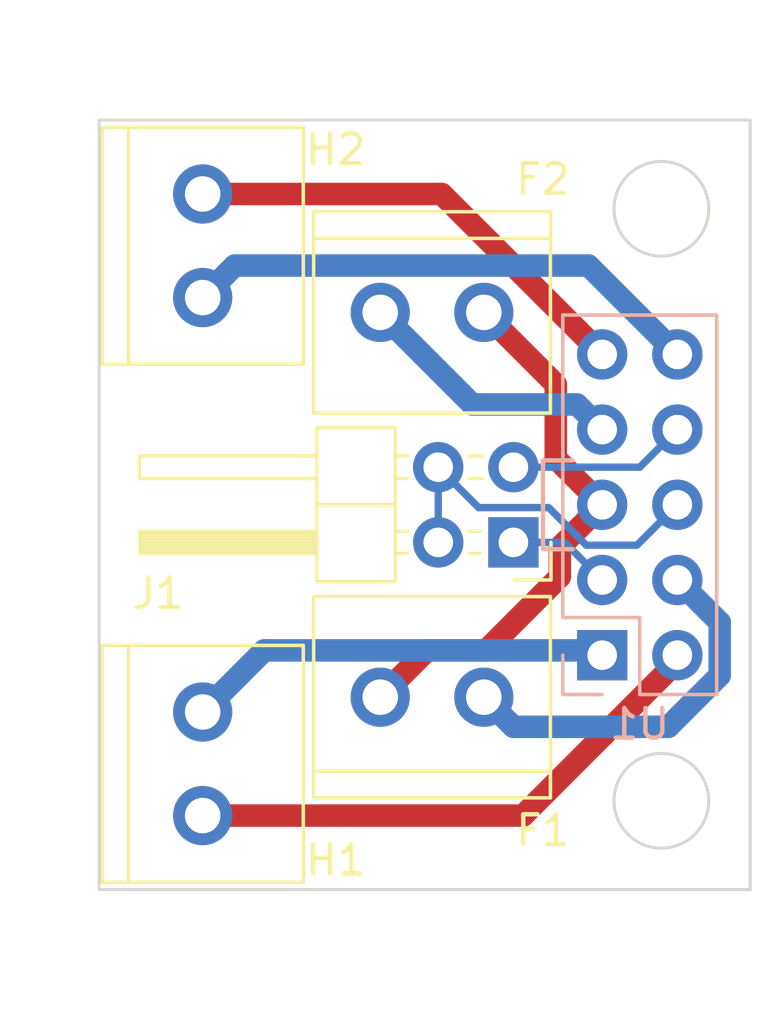
<source format=kicad_pcb>
(kicad_pcb (version 20171130) (host pcbnew "(5.1.6-0-10_14)")

  (general
    (thickness 1.6)
    (drawings 10)
    (tracks 37)
    (zones 0)
    (modules 6)
    (nets 11)
  )

  (page A4)
  (layers
    (0 F.Cu signal)
    (31 B.Cu signal)
    (32 B.Adhes user)
    (33 F.Adhes user)
    (34 B.Paste user)
    (35 F.Paste user)
    (36 B.SilkS user)
    (37 F.SilkS user)
    (38 B.Mask user)
    (39 F.Mask user)
    (40 Dwgs.User user)
    (41 Cmts.User user)
    (42 Eco1.User user)
    (43 Eco2.User user)
    (44 Edge.Cuts user)
    (45 Margin user)
    (46 B.CrtYd user)
    (47 F.CrtYd user)
    (48 B.Fab user)
    (49 F.Fab user)
  )

  (setup
    (last_trace_width 0.25)
    (user_trace_width 0.762)
    (trace_clearance 0.2)
    (zone_clearance 0.508)
    (zone_45_only no)
    (trace_min 0.2)
    (via_size 0.8)
    (via_drill 0.4)
    (via_min_size 0.4)
    (via_min_drill 0.3)
    (uvia_size 0.3)
    (uvia_drill 0.1)
    (uvias_allowed no)
    (uvia_min_size 0.2)
    (uvia_min_drill 0.1)
    (edge_width 0.1)
    (segment_width 0.2)
    (pcb_text_width 0.3)
    (pcb_text_size 1.5 1.5)
    (mod_edge_width 0.15)
    (mod_text_size 1 1)
    (mod_text_width 0.15)
    (pad_size 1.524 1.524)
    (pad_drill 0.762)
    (pad_to_mask_clearance 0)
    (aux_axis_origin 0 0)
    (visible_elements FFFFFF7F)
    (pcbplotparams
      (layerselection 0x010fc_ffffffff)
      (usegerberextensions true)
      (usegerberattributes false)
      (usegerberadvancedattributes true)
      (creategerberjobfile true)
      (excludeedgelayer true)
      (linewidth 0.100000)
      (plotframeref false)
      (viasonmask false)
      (mode 1)
      (useauxorigin false)
      (hpglpennumber 1)
      (hpglpenspeed 20)
      (hpglpendiameter 15.000000)
      (psnegative false)
      (psa4output false)
      (plotreference true)
      (plotvalue true)
      (plotinvisibletext false)
      (padsonsilk false)
      (subtractmaskfromsilk false)
      (outputformat 1)
      (mirror false)
      (drillshape 0)
      (scaleselection 1)
      (outputdirectory "./"))
  )

  (net 0 "")
  (net 1 FAN_VCC)
  (net 2 FAN1)
  (net 3 FAN2)
  (net 4 HEATER1A)
  (net 5 HEATER1B)
  (net 6 HEATER2B)
  (net 7 HEATER2A)
  (net 8 THERM_GND)
  (net 9 THERM1)
  (net 10 THERM2)

  (net_class Default "This is the default net class."
    (clearance 0.2)
    (trace_width 0.25)
    (via_dia 0.8)
    (via_drill 0.4)
    (uvia_dia 0.3)
    (uvia_drill 0.1)
    (add_net FAN1)
    (add_net FAN2)
    (add_net FAN_VCC)
    (add_net HEATER1A)
    (add_net HEATER1B)
    (add_net HEATER2A)
    (add_net HEATER2B)
    (add_net THERM1)
    (add_net THERM2)
    (add_net THERM_GND)
  )

  (module Ninja-qPCR:TB_SeeedOPL_320110028 (layer F.Cu) (tedit 5F05691F) (tstamp 5F2B8A74)
    (at 158.5 106.5)
    (path /5F2B97D5)
    (fp_text reference F1 (at 5.5 4.5) (layer F.SilkS)
      (effects (font (size 1 1) (thickness 0.15)))
    )
    (fp_text value Screw_Terminal_01x02 (at 2 6) (layer F.Fab)
      (effects (font (size 1 1) (thickness 0.15)))
    )
    (fp_line (start 5.75 2.5) (end -2.25 2.5) (layer F.SilkS) (width 0.12))
    (fp_line (start -2.25 3.4) (end -2.25 -3.4) (layer F.SilkS) (width 0.12))
    (fp_line (start 5.75 3.4) (end -2.25 3.4) (layer F.SilkS) (width 0.12))
    (fp_line (start 5.75 -3.4) (end 5.75 3.4) (layer F.SilkS) (width 0.12))
    (fp_line (start -2.25 -3.4) (end 5.75 -3.4) (layer F.SilkS) (width 0.12))
    (pad 1 thru_hole circle (at 0 0) (size 2 2) (drill 1.2) (layers *.Cu *.Mask)
      (net 1 FAN_VCC))
    (pad 2 thru_hole circle (at 3.5 0) (size 2 2) (drill 1.2) (layers *.Cu *.Mask)
      (net 2 FAN1))
    (model ":desktop:TerminalBlock_SeeedOPL320110028 v2.step"
      (at (xyz 0 0 0))
      (scale (xyz 1 1 1))
      (rotate (xyz 0 0 0))
    )
  )

  (module Ninja-qPCR:TB_SeeedOPL_320110028 (layer F.Cu) (tedit 5F05691F) (tstamp 5F2B8A7F)
    (at 162 93.5 180)
    (path /5F2B9F97)
    (fp_text reference F2 (at -2 4.5) (layer F.SilkS)
      (effects (font (size 1 1) (thickness 0.15)))
    )
    (fp_text value Screw_Terminal_01x02 (at 2 6) (layer F.Fab)
      (effects (font (size 1 1) (thickness 0.15)))
    )
    (fp_line (start -2.25 -3.4) (end 5.75 -3.4) (layer F.SilkS) (width 0.12))
    (fp_line (start 5.75 -3.4) (end 5.75 3.4) (layer F.SilkS) (width 0.12))
    (fp_line (start 5.75 3.4) (end -2.25 3.4) (layer F.SilkS) (width 0.12))
    (fp_line (start -2.25 3.4) (end -2.25 -3.4) (layer F.SilkS) (width 0.12))
    (fp_line (start 5.75 2.5) (end -2.25 2.5) (layer F.SilkS) (width 0.12))
    (pad 2 thru_hole circle (at 3.5 0 180) (size 2 2) (drill 1.2) (layers *.Cu *.Mask)
      (net 3 FAN2))
    (pad 1 thru_hole circle (at 0 0 180) (size 2 2) (drill 1.2) (layers *.Cu *.Mask)
      (net 1 FAN_VCC))
    (model ":desktop:TerminalBlock_SeeedOPL320110028 v2.step"
      (at (xyz 0 0 0))
      (scale (xyz 1 1 1))
      (rotate (xyz 0 0 0))
    )
  )

  (module Ninja-qPCR:TB_SeeedOPL_320110028 (layer F.Cu) (tedit 5F05691F) (tstamp 5F2B8A8A)
    (at 152.5 107 270)
    (path /5F2B8621)
    (fp_text reference H1 (at 5 -4.5 180) (layer F.SilkS)
      (effects (font (size 1 1) (thickness 0.15)))
    )
    (fp_text value Screw_Terminal_01x02 (at 2 6 90) (layer F.Fab)
      (effects (font (size 1 1) (thickness 0.15)))
    )
    (fp_line (start 5.75 2.5) (end -2.25 2.5) (layer F.SilkS) (width 0.12))
    (fp_line (start -2.25 3.4) (end -2.25 -3.4) (layer F.SilkS) (width 0.12))
    (fp_line (start 5.75 3.4) (end -2.25 3.4) (layer F.SilkS) (width 0.12))
    (fp_line (start 5.75 -3.4) (end 5.75 3.4) (layer F.SilkS) (width 0.12))
    (fp_line (start -2.25 -3.4) (end 5.75 -3.4) (layer F.SilkS) (width 0.12))
    (pad 1 thru_hole circle (at 0 0 270) (size 2 2) (drill 1.2) (layers *.Cu *.Mask)
      (net 4 HEATER1A))
    (pad 2 thru_hole circle (at 3.5 0 270) (size 2 2) (drill 1.2) (layers *.Cu *.Mask)
      (net 5 HEATER1B))
    (model ":desktop:TerminalBlock_SeeedOPL320110028 v2.step"
      (at (xyz 0 0 0))
      (scale (xyz 1 1 1))
      (rotate (xyz 0 0 0))
    )
  )

  (module Ninja-qPCR:TB_SeeedOPL_320110028 (layer F.Cu) (tedit 5F05691F) (tstamp 5F2B8A95)
    (at 152.5 89.5 270)
    (path /5F2B8F0B)
    (fp_text reference H2 (at -1.5 -4.5 180) (layer F.SilkS)
      (effects (font (size 1 1) (thickness 0.15)))
    )
    (fp_text value Screw_Terminal_01x02 (at 2 6 90) (layer F.Fab)
      (effects (font (size 1 1) (thickness 0.15)))
    )
    (fp_line (start -2.25 -3.4) (end 5.75 -3.4) (layer F.SilkS) (width 0.12))
    (fp_line (start 5.75 -3.4) (end 5.75 3.4) (layer F.SilkS) (width 0.12))
    (fp_line (start 5.75 3.4) (end -2.25 3.4) (layer F.SilkS) (width 0.12))
    (fp_line (start -2.25 3.4) (end -2.25 -3.4) (layer F.SilkS) (width 0.12))
    (fp_line (start 5.75 2.5) (end -2.25 2.5) (layer F.SilkS) (width 0.12))
    (pad 2 thru_hole circle (at 3.5 0 270) (size 2 2) (drill 1.2) (layers *.Cu *.Mask)
      (net 6 HEATER2B))
    (pad 1 thru_hole circle (at 0 0 270) (size 2 2) (drill 1.2) (layers *.Cu *.Mask)
      (net 7 HEATER2A))
    (model ":desktop:TerminalBlock_SeeedOPL320110028 v2.step"
      (at (xyz 0 0 0))
      (scale (xyz 1 1 1))
      (rotate (xyz 0 0 0))
    )
  )

  (module Pin_Headers:Pin_Header_Straight_2x05_Pitch2.54mm (layer B.Cu) (tedit 59650532) (tstamp 5F2B8B1B)
    (at 166 105.08)
    (descr "Through hole straight pin header, 2x05, 2.54mm pitch, double rows")
    (tags "Through hole pin header THT 2x05 2.54mm double row")
    (path /5F2BB8F2)
    (fp_text reference U1 (at 1.27 2.33) (layer B.SilkS)
      (effects (font (size 1 1) (thickness 0.15)) (justify mirror))
    )
    (fp_text value Conn_02x05 (at 1.27 -12.49) (layer B.Fab)
      (effects (font (size 1 1) (thickness 0.15)) (justify mirror))
    )
    (fp_line (start 0 1.27) (end 3.81 1.27) (layer B.Fab) (width 0.1))
    (fp_line (start 3.81 1.27) (end 3.81 -11.43) (layer B.Fab) (width 0.1))
    (fp_line (start 3.81 -11.43) (end -1.27 -11.43) (layer B.Fab) (width 0.1))
    (fp_line (start -1.27 -11.43) (end -1.27 0) (layer B.Fab) (width 0.1))
    (fp_line (start -1.27 0) (end 0 1.27) (layer B.Fab) (width 0.1))
    (fp_line (start -1.33 -11.49) (end 3.87 -11.49) (layer B.SilkS) (width 0.12))
    (fp_line (start -1.33 -1.27) (end -1.33 -11.49) (layer B.SilkS) (width 0.12))
    (fp_line (start 3.87 1.33) (end 3.87 -11.49) (layer B.SilkS) (width 0.12))
    (fp_line (start -1.33 -1.27) (end 1.27 -1.27) (layer B.SilkS) (width 0.12))
    (fp_line (start 1.27 -1.27) (end 1.27 1.33) (layer B.SilkS) (width 0.12))
    (fp_line (start 1.27 1.33) (end 3.87 1.33) (layer B.SilkS) (width 0.12))
    (fp_line (start -1.33 0) (end -1.33 1.33) (layer B.SilkS) (width 0.12))
    (fp_line (start -1.33 1.33) (end 0 1.33) (layer B.SilkS) (width 0.12))
    (fp_line (start -1.8 1.8) (end -1.8 -11.95) (layer B.CrtYd) (width 0.05))
    (fp_line (start -1.8 -11.95) (end 4.35 -11.95) (layer B.CrtYd) (width 0.05))
    (fp_line (start 4.35 -11.95) (end 4.35 1.8) (layer B.CrtYd) (width 0.05))
    (fp_line (start 4.35 1.8) (end -1.8 1.8) (layer B.CrtYd) (width 0.05))
    (fp_text user %R (at 1.27 -5.08 -90) (layer B.Fab)
      (effects (font (size 1 1) (thickness 0.15)) (justify mirror))
    )
    (pad 10 thru_hole oval (at 2.54 -10.16) (size 1.7 1.7) (drill 1) (layers *.Cu *.Mask)
      (net 6 HEATER2B))
    (pad 9 thru_hole oval (at 0 -10.16) (size 1.7 1.7) (drill 1) (layers *.Cu *.Mask)
      (net 7 HEATER2A))
    (pad 8 thru_hole oval (at 2.54 -7.62) (size 1.7 1.7) (drill 1) (layers *.Cu *.Mask)
      (net 10 THERM2))
    (pad 7 thru_hole oval (at 0 -7.62) (size 1.7 1.7) (drill 1) (layers *.Cu *.Mask)
      (net 3 FAN2))
    (pad 6 thru_hole oval (at 2.54 -5.08) (size 1.7 1.7) (drill 1) (layers *.Cu *.Mask)
      (net 8 THERM_GND))
    (pad 5 thru_hole oval (at 0 -5.08) (size 1.7 1.7) (drill 1) (layers *.Cu *.Mask)
      (net 1 FAN_VCC))
    (pad 4 thru_hole oval (at 2.54 -2.54) (size 1.7 1.7) (drill 1) (layers *.Cu *.Mask)
      (net 2 FAN1))
    (pad 3 thru_hole oval (at 0 -2.54) (size 1.7 1.7) (drill 1) (layers *.Cu *.Mask)
      (net 9 THERM1))
    (pad 2 thru_hole oval (at 2.54 0) (size 1.7 1.7) (drill 1) (layers *.Cu *.Mask)
      (net 5 HEATER1B))
    (pad 1 thru_hole rect (at 0 0) (size 1.7 1.7) (drill 1) (layers *.Cu *.Mask)
      (net 4 HEATER1A))
    (model ${KISYS3DMOD}/Pin_Headers.3dshapes/Pin_Header_Straight_2x05_Pitch2.54mm.wrl
      (at (xyz 0 0 0))
      (scale (xyz 1 1 1))
      (rotate (xyz 0 0 0))
    )
    (model ":desktop:aitendo-MIL-2x5-cable-edge v1.step"
      (at (xyz 0 0 0))
      (scale (xyz 1 1 1))
      (rotate (xyz 0 0 0))
    )
  )

  (module Pin_Headers:Pin_Header_Angled_2x02_Pitch2.54mm (layer F.Cu) (tedit 59650532) (tstamp 5F2B93AC)
    (at 163 101.27 180)
    (descr "Through hole angled pin header, 2x02, 2.54mm pitch, 6mm pin length, double rows")
    (tags "Through hole angled pin header THT 2x02 2.54mm double row")
    (path /5F2C3C94)
    (fp_text reference J1 (at 12 -1.73) (layer F.SilkS)
      (effects (font (size 1 1) (thickness 0.15)))
    )
    (fp_text value Conn_01x04_Male (at 5.655 4.81) (layer F.Fab)
      (effects (font (size 1 1) (thickness 0.15)))
    )
    (fp_line (start 4.675 -1.27) (end 6.58 -1.27) (layer F.Fab) (width 0.1))
    (fp_line (start 6.58 -1.27) (end 6.58 3.81) (layer F.Fab) (width 0.1))
    (fp_line (start 6.58 3.81) (end 4.04 3.81) (layer F.Fab) (width 0.1))
    (fp_line (start 4.04 3.81) (end 4.04 -0.635) (layer F.Fab) (width 0.1))
    (fp_line (start 4.04 -0.635) (end 4.675 -1.27) (layer F.Fab) (width 0.1))
    (fp_line (start -0.32 -0.32) (end 4.04 -0.32) (layer F.Fab) (width 0.1))
    (fp_line (start -0.32 -0.32) (end -0.32 0.32) (layer F.Fab) (width 0.1))
    (fp_line (start -0.32 0.32) (end 4.04 0.32) (layer F.Fab) (width 0.1))
    (fp_line (start 6.58 -0.32) (end 12.58 -0.32) (layer F.Fab) (width 0.1))
    (fp_line (start 12.58 -0.32) (end 12.58 0.32) (layer F.Fab) (width 0.1))
    (fp_line (start 6.58 0.32) (end 12.58 0.32) (layer F.Fab) (width 0.1))
    (fp_line (start -0.32 2.22) (end 4.04 2.22) (layer F.Fab) (width 0.1))
    (fp_line (start -0.32 2.22) (end -0.32 2.86) (layer F.Fab) (width 0.1))
    (fp_line (start -0.32 2.86) (end 4.04 2.86) (layer F.Fab) (width 0.1))
    (fp_line (start 6.58 2.22) (end 12.58 2.22) (layer F.Fab) (width 0.1))
    (fp_line (start 12.58 2.22) (end 12.58 2.86) (layer F.Fab) (width 0.1))
    (fp_line (start 6.58 2.86) (end 12.58 2.86) (layer F.Fab) (width 0.1))
    (fp_line (start 3.98 -1.33) (end 3.98 3.87) (layer F.SilkS) (width 0.12))
    (fp_line (start 3.98 3.87) (end 6.64 3.87) (layer F.SilkS) (width 0.12))
    (fp_line (start 6.64 3.87) (end 6.64 -1.33) (layer F.SilkS) (width 0.12))
    (fp_line (start 6.64 -1.33) (end 3.98 -1.33) (layer F.SilkS) (width 0.12))
    (fp_line (start 6.64 -0.38) (end 12.64 -0.38) (layer F.SilkS) (width 0.12))
    (fp_line (start 12.64 -0.38) (end 12.64 0.38) (layer F.SilkS) (width 0.12))
    (fp_line (start 12.64 0.38) (end 6.64 0.38) (layer F.SilkS) (width 0.12))
    (fp_line (start 6.64 -0.32) (end 12.64 -0.32) (layer F.SilkS) (width 0.12))
    (fp_line (start 6.64 -0.2) (end 12.64 -0.2) (layer F.SilkS) (width 0.12))
    (fp_line (start 6.64 -0.08) (end 12.64 -0.08) (layer F.SilkS) (width 0.12))
    (fp_line (start 6.64 0.04) (end 12.64 0.04) (layer F.SilkS) (width 0.12))
    (fp_line (start 6.64 0.16) (end 12.64 0.16) (layer F.SilkS) (width 0.12))
    (fp_line (start 6.64 0.28) (end 12.64 0.28) (layer F.SilkS) (width 0.12))
    (fp_line (start 3.582929 -0.38) (end 3.98 -0.38) (layer F.SilkS) (width 0.12))
    (fp_line (start 3.582929 0.38) (end 3.98 0.38) (layer F.SilkS) (width 0.12))
    (fp_line (start 1.11 -0.38) (end 1.497071 -0.38) (layer F.SilkS) (width 0.12))
    (fp_line (start 1.11 0.38) (end 1.497071 0.38) (layer F.SilkS) (width 0.12))
    (fp_line (start 3.98 1.27) (end 6.64 1.27) (layer F.SilkS) (width 0.12))
    (fp_line (start 6.64 2.16) (end 12.64 2.16) (layer F.SilkS) (width 0.12))
    (fp_line (start 12.64 2.16) (end 12.64 2.92) (layer F.SilkS) (width 0.12))
    (fp_line (start 12.64 2.92) (end 6.64 2.92) (layer F.SilkS) (width 0.12))
    (fp_line (start 3.582929 2.16) (end 3.98 2.16) (layer F.SilkS) (width 0.12))
    (fp_line (start 3.582929 2.92) (end 3.98 2.92) (layer F.SilkS) (width 0.12))
    (fp_line (start 1.042929 2.16) (end 1.497071 2.16) (layer F.SilkS) (width 0.12))
    (fp_line (start 1.042929 2.92) (end 1.497071 2.92) (layer F.SilkS) (width 0.12))
    (fp_line (start -1.27 0) (end -1.27 -1.27) (layer F.SilkS) (width 0.12))
    (fp_line (start -1.27 -1.27) (end 0 -1.27) (layer F.SilkS) (width 0.12))
    (fp_line (start -1.8 -1.8) (end -1.8 4.35) (layer F.CrtYd) (width 0.05))
    (fp_line (start -1.8 4.35) (end 13.1 4.35) (layer F.CrtYd) (width 0.05))
    (fp_line (start 13.1 4.35) (end 13.1 -1.8) (layer F.CrtYd) (width 0.05))
    (fp_line (start 13.1 -1.8) (end -1.8 -1.8) (layer F.CrtYd) (width 0.05))
    (fp_text user %R (at 5.31 1.27 90) (layer F.Fab)
      (effects (font (size 1 1) (thickness 0.15)))
    )
    (pad 4 thru_hole oval (at 2.54 2.54 180) (size 1.7 1.7) (drill 1) (layers *.Cu *.Mask)
      (net 8 THERM_GND))
    (pad 3 thru_hole oval (at 0 2.54 180) (size 1.7 1.7) (drill 1) (layers *.Cu *.Mask)
      (net 10 THERM2))
    (pad 2 thru_hole oval (at 2.54 0 180) (size 1.7 1.7) (drill 1) (layers *.Cu *.Mask)
      (net 8 THERM_GND))
    (pad 1 thru_hole rect (at 0 0 180) (size 1.7 1.7) (drill 1) (layers *.Cu *.Mask)
      (net 9 THERM1))
    (model ${KISYS3DMOD}/Pin_Headers.3dshapes/Pin_Header_Angled_2x02_Pitch2.54mm.wrl
      (at (xyz 0 0 0))
      (scale (xyz 1 1 1))
      (rotate (xyz 0 0 0))
    )
    (model :kicad-packages3D:Connector_PinHeader_2.54mm.3dshapes/PinHeader_2x02_P2.54mm_Horizontal.step
      (at (xyz 0 0 0))
      (scale (xyz 1 1 1))
      (rotate (xyz 0 0 0))
    )
  )

  (gr_text 22x26mm (at 152.5 85.5) (layer Dwgs.User)
    (effects (font (size 1 1) (thickness 0.15)))
  )
  (gr_line (start 164 101.5) (end 165 101.5) (layer B.SilkS) (width 0.15))
  (gr_line (start 164 98.5) (end 164 101.5) (layer B.SilkS) (width 0.15))
  (gr_line (start 165 98.5) (end 164 98.5) (layer B.SilkS) (width 0.15))
  (gr_line (start 171 113) (end 149 113) (layer Edge.Cuts) (width 0.1))
  (gr_line (start 171 87) (end 149 87) (layer Edge.Cuts) (width 0.1) (tstamp 5F2BAF15))
  (gr_circle (center 168 110) (end 169.6 110) (layer Edge.Cuts) (width 0.1) (tstamp 5F2CBB1E))
  (gr_circle (center 168 90) (end 169.6 90) (layer Edge.Cuts) (width 0.1) (tstamp 5F2BAC4F))
  (gr_line (start 149 87) (end 149 113) (layer Edge.Cuts) (width 0.1) (tstamp 5F2B9369))
  (gr_line (start 171 113) (end 171 87) (layer Edge.Cuts) (width 0.1) (tstamp 5F2B906B))

  (segment (start 164.431001 98.431001) (end 166 100) (width 0.762) (layer F.Cu) (net 1))
  (segment (start 164.431001 95.931001) (end 164.431001 98.431001) (width 0.762) (layer F.Cu) (net 1))
  (segment (start 162 93.5) (end 164.431001 95.931001) (width 0.762) (layer F.Cu) (net 1))
  (segment (start 164.568999 101.431001) (end 166 100) (width 0.762) (layer F.Cu) (net 1))
  (segment (start 164.568999 102.431001) (end 164.568999 101.431001) (width 0.762) (layer F.Cu) (net 1))
  (segment (start 162.081001 104.918999) (end 164.568999 102.431001) (width 0.762) (layer F.Cu) (net 1))
  (segment (start 160.081001 104.918999) (end 162.081001 104.918999) (width 0.762) (layer F.Cu) (net 1))
  (segment (start 158.5 106.5) (end 160.081001 104.918999) (width 0.762) (layer F.Cu) (net 1))
  (segment (start 169.971001 103.971001) (end 168.54 102.54) (width 0.762) (layer B.Cu) (net 2))
  (segment (start 169.971001 105.766881) (end 169.971001 103.971001) (width 0.762) (layer B.Cu) (net 2))
  (segment (start 168.237883 107.499999) (end 169.971001 105.766881) (width 0.762) (layer B.Cu) (net 2))
  (segment (start 162.999999 107.499999) (end 168.237883 107.499999) (width 0.762) (layer B.Cu) (net 2))
  (segment (start 162 106.5) (end 162.999999 107.499999) (width 0.762) (layer B.Cu) (net 2))
  (segment (start 165.150001 96.610001) (end 166 97.46) (width 0.762) (layer B.Cu) (net 3))
  (segment (start 161.610001 96.610001) (end 165.150001 96.610001) (width 0.762) (layer B.Cu) (net 3))
  (segment (start 158.5 93.5) (end 161.610001 96.610001) (width 0.762) (layer B.Cu) (net 3))
  (segment (start 165.838999 104.918999) (end 166 105.08) (width 0.762) (layer B.Cu) (net 4))
  (segment (start 154.581001 104.918999) (end 165.838999 104.918999) (width 0.762) (layer B.Cu) (net 4))
  (segment (start 152.5 107) (end 154.581001 104.918999) (width 0.762) (layer B.Cu) (net 4))
  (segment (start 168.54 105.285802) (end 168.54 105.08) (width 0.762) (layer F.Cu) (net 5))
  (segment (start 163.325802 110.5) (end 168.54 105.285802) (width 0.762) (layer F.Cu) (net 5))
  (segment (start 152.5 110.5) (end 163.325802 110.5) (width 0.762) (layer F.Cu) (net 5))
  (segment (start 165.538999 91.918999) (end 168.54 94.92) (width 0.762) (layer B.Cu) (net 6))
  (segment (start 153.581001 91.918999) (end 165.538999 91.918999) (width 0.762) (layer B.Cu) (net 6))
  (segment (start 152.5 93) (end 153.581001 91.918999) (width 0.762) (layer B.Cu) (net 6))
  (segment (start 160.58 89.5) (end 166 94.92) (width 0.762) (layer F.Cu) (net 7))
  (segment (start 152.5 89.5) (end 160.58 89.5) (width 0.762) (layer F.Cu) (net 7))
  (segment (start 160.46 98.73) (end 160.46 101.27) (width 0.25) (layer B.Cu) (net 8))
  (segment (start 167.175001 101.364999) (end 168.54 100) (width 0.25) (layer B.Cu) (net 8))
  (segment (start 164.191409 100.094999) (end 165.461409 101.364999) (width 0.25) (layer B.Cu) (net 8))
  (segment (start 165.461409 101.364999) (end 167.175001 101.364999) (width 0.25) (layer B.Cu) (net 8))
  (segment (start 161.824999 100.094999) (end 164.191409 100.094999) (width 0.25) (layer B.Cu) (net 8))
  (segment (start 160.46 98.73) (end 161.824999 100.094999) (width 0.25) (layer B.Cu) (net 8))
  (segment (start 164.73 101.27) (end 166 102.54) (width 0.25) (layer B.Cu) (net 9))
  (segment (start 163 101.27) (end 164.73 101.27) (width 0.25) (layer B.Cu) (net 9))
  (segment (start 167.27 98.73) (end 168.54 97.46) (width 0.25) (layer B.Cu) (net 10))
  (segment (start 163 98.73) (end 167.27 98.73) (width 0.25) (layer B.Cu) (net 10))

)

</source>
